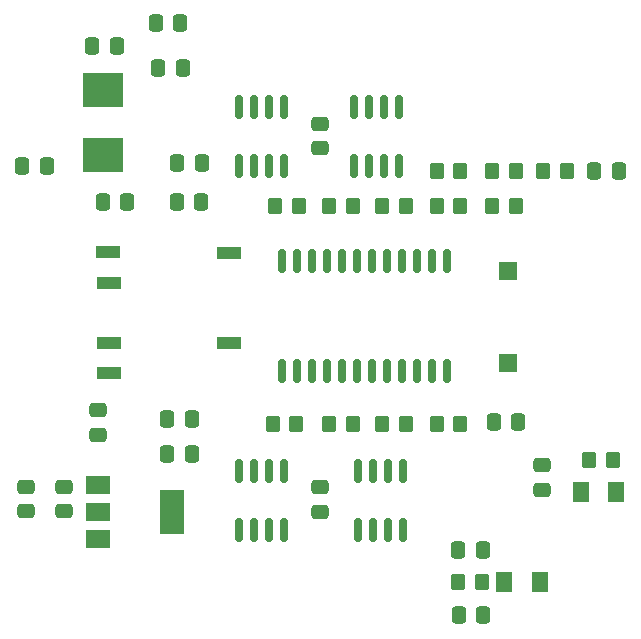
<source format=gbr>
%TF.GenerationSoftware,KiCad,Pcbnew,6.0.8+dfsg-1~bpo11+1*%
%TF.CreationDate,2022-10-31T17:28:34+01:00*%
%TF.ProjectId,vertExpI2c_00,76657274-4578-4704-9932-635f30302e6b,rev?*%
%TF.SameCoordinates,Original*%
%TF.FileFunction,Paste,Top*%
%TF.FilePolarity,Positive*%
%FSLAX46Y46*%
G04 Gerber Fmt 4.6, Leading zero omitted, Abs format (unit mm)*
G04 Created by KiCad (PCBNEW 6.0.8+dfsg-1~bpo11+1) date 2022-10-31 17:28:34*
%MOMM*%
%LPD*%
G01*
G04 APERTURE LIST*
G04 Aperture macros list*
%AMRoundRect*
0 Rectangle with rounded corners*
0 $1 Rounding radius*
0 $2 $3 $4 $5 $6 $7 $8 $9 X,Y pos of 4 corners*
0 Add a 4 corners polygon primitive as box body*
4,1,4,$2,$3,$4,$5,$6,$7,$8,$9,$2,$3,0*
0 Add four circle primitives for the rounded corners*
1,1,$1+$1,$2,$3*
1,1,$1+$1,$4,$5*
1,1,$1+$1,$6,$7*
1,1,$1+$1,$8,$9*
0 Add four rect primitives between the rounded corners*
20,1,$1+$1,$2,$3,$4,$5,0*
20,1,$1+$1,$4,$5,$6,$7,0*
20,1,$1+$1,$6,$7,$8,$9,0*
20,1,$1+$1,$8,$9,$2,$3,0*%
G04 Aperture macros list end*
%ADD10RoundRect,0.250000X-0.475000X0.337500X-0.475000X-0.337500X0.475000X-0.337500X0.475000X0.337500X0*%
%ADD11RoundRect,0.250000X-0.350000X-0.450000X0.350000X-0.450000X0.350000X0.450000X-0.350000X0.450000X0*%
%ADD12RoundRect,0.250000X0.337500X0.475000X-0.337500X0.475000X-0.337500X-0.475000X0.337500X-0.475000X0*%
%ADD13RoundRect,0.250000X0.475000X-0.337500X0.475000X0.337500X-0.475000X0.337500X-0.475000X-0.337500X0*%
%ADD14RoundRect,0.250000X0.350000X0.450000X-0.350000X0.450000X-0.350000X-0.450000X0.350000X-0.450000X0*%
%ADD15RoundRect,0.250000X-0.337500X-0.475000X0.337500X-0.475000X0.337500X0.475000X-0.337500X0.475000X0*%
%ADD16RoundRect,0.150000X0.150000X-0.825000X0.150000X0.825000X-0.150000X0.825000X-0.150000X-0.825000X0*%
%ADD17RoundRect,0.150000X-0.150000X0.875000X-0.150000X-0.875000X0.150000X-0.875000X0.150000X0.875000X0*%
%ADD18RoundRect,0.150000X-0.150000X0.825000X-0.150000X-0.825000X0.150000X-0.825000X0.150000X0.825000X0*%
%ADD19RoundRect,0.250001X0.462499X0.624999X-0.462499X0.624999X-0.462499X-0.624999X0.462499X-0.624999X0*%
%ADD20R,2.000000X1.500000*%
%ADD21R,2.000000X3.800000*%
%ADD22R,3.500000X2.950000*%
%ADD23R,2.100000X1.000000*%
%ADD24R,1.500000X1.500000*%
%ADD25RoundRect,0.250001X-0.462499X-0.624999X0.462499X-0.624999X0.462499X0.624999X-0.462499X0.624999X0*%
G04 APERTURE END LIST*
D10*
%TO.C,C19*%
X143000000Y-82000000D03*
X143000000Y-84075000D03*
%TD*%
D11*
%TO.C,R6*%
X154710000Y-120850000D03*
X156710000Y-120850000D03*
%TD*%
D12*
%TO.C,C13*%
X132975000Y-88600000D03*
X130900000Y-88600000D03*
%TD*%
D13*
%TO.C,C4*%
X118140000Y-114835000D03*
X118140000Y-112760000D03*
%TD*%
D12*
%TO.C,C16*%
X131375000Y-77300000D03*
X129300000Y-77300000D03*
%TD*%
D14*
%TO.C,R1*%
X159600000Y-89000000D03*
X157600000Y-89000000D03*
%TD*%
D11*
%TO.C,R5*%
X152900000Y-86050000D03*
X154900000Y-86050000D03*
%TD*%
D15*
%TO.C,C6*%
X154725000Y-118140000D03*
X156800000Y-118140000D03*
%TD*%
D10*
%TO.C,C1*%
X161800000Y-110925000D03*
X161800000Y-113000000D03*
%TD*%
D16*
%TO.C,U3*%
X145895000Y-85575000D03*
X147165000Y-85575000D03*
X148435000Y-85575000D03*
X149705000Y-85575000D03*
X149705000Y-80625000D03*
X148435000Y-80625000D03*
X147165000Y-80625000D03*
X145895000Y-80625000D03*
%TD*%
D14*
%TO.C,R20*%
X154900000Y-107400000D03*
X152900000Y-107400000D03*
%TD*%
D13*
%TO.C,C3*%
X143000000Y-114875000D03*
X143000000Y-112800000D03*
%TD*%
D11*
%TO.C,R11*%
X152900000Y-89000000D03*
X154900000Y-89000000D03*
%TD*%
%TO.C,R19*%
X139000000Y-107400000D03*
X141000000Y-107400000D03*
%TD*%
D17*
%TO.C,U1*%
X153765000Y-93670000D03*
X152495000Y-93670000D03*
X151225000Y-93670000D03*
X149955000Y-93670000D03*
X148685000Y-93670000D03*
X147415000Y-93670000D03*
X146145000Y-93670000D03*
X144875000Y-93670000D03*
X143605000Y-93670000D03*
X142335000Y-93670000D03*
X141065000Y-93670000D03*
X139795000Y-93670000D03*
X139795000Y-102970000D03*
X141065000Y-102970000D03*
X142335000Y-102970000D03*
X143605000Y-102970000D03*
X144875000Y-102970000D03*
X146145000Y-102970000D03*
X147415000Y-102970000D03*
X148685000Y-102970000D03*
X149955000Y-102970000D03*
X151225000Y-102970000D03*
X152495000Y-102970000D03*
X153765000Y-102970000D03*
%TD*%
D15*
%TO.C,C12*%
X117800000Y-85600000D03*
X119875000Y-85600000D03*
%TD*%
D18*
%TO.C,U7*%
X140005000Y-111425000D03*
X138735000Y-111425000D03*
X137465000Y-111425000D03*
X136195000Y-111425000D03*
X136195000Y-116375000D03*
X137465000Y-116375000D03*
X138735000Y-116375000D03*
X140005000Y-116375000D03*
%TD*%
D19*
%TO.C,D2*%
X161605000Y-120850000D03*
X158630000Y-120850000D03*
%TD*%
D12*
%TO.C,C14*%
X132175000Y-107000000D03*
X130100000Y-107000000D03*
%TD*%
D20*
%TO.C,U11*%
X124200000Y-112600000D03*
X124200000Y-114900000D03*
D21*
X130500000Y-114900000D03*
D20*
X124200000Y-117200000D03*
%TD*%
D15*
%TO.C,C17*%
X129125000Y-73500000D03*
X131200000Y-73500000D03*
%TD*%
%TO.C,C2*%
X166230000Y-86050000D03*
X168305000Y-86050000D03*
%TD*%
%TO.C,C5*%
X157725000Y-107300000D03*
X159800000Y-107300000D03*
%TD*%
D11*
%TO.C,R13*%
X143800000Y-89000000D03*
X145800000Y-89000000D03*
%TD*%
D12*
%TO.C,C9*%
X133000000Y-85300000D03*
X130925000Y-85300000D03*
%TD*%
D13*
%TO.C,C18*%
X124200000Y-108337500D03*
X124200000Y-106262500D03*
%TD*%
D15*
%TO.C,C11*%
X124625000Y-88600000D03*
X126700000Y-88600000D03*
%TD*%
D22*
%TO.C,L1*%
X124600000Y-79175000D03*
X124600000Y-84625000D03*
%TD*%
D11*
%TO.C,R2*%
X165800000Y-110500000D03*
X167800000Y-110500000D03*
%TD*%
D14*
%TO.C,R10*%
X150300000Y-89000000D03*
X148300000Y-89000000D03*
%TD*%
D15*
%TO.C,C8*%
X123725000Y-75400000D03*
X125800000Y-75400000D03*
%TD*%
D11*
%TO.C,R21*%
X148300000Y-107400000D03*
X150300000Y-107400000D03*
%TD*%
D23*
%TO.C,U2*%
X125100000Y-92900000D03*
X125120000Y-95460000D03*
X125120000Y-100540000D03*
X125120000Y-103080000D03*
X135280000Y-100540000D03*
X135280000Y-92920000D03*
%TD*%
D13*
%TO.C,C15*%
X121340000Y-114825000D03*
X121340000Y-112750000D03*
%TD*%
D12*
%TO.C,C10*%
X132175000Y-110000000D03*
X130100000Y-110000000D03*
%TD*%
D14*
%TO.C,R12*%
X141200000Y-89000000D03*
X139200000Y-89000000D03*
%TD*%
D24*
%TO.C,SW1*%
X158910000Y-102250000D03*
X158910000Y-94450000D03*
%TD*%
D16*
%TO.C,U4*%
X136195000Y-85575000D03*
X137465000Y-85575000D03*
X138735000Y-85575000D03*
X140005000Y-85575000D03*
X140005000Y-80625000D03*
X138735000Y-80625000D03*
X137465000Y-80625000D03*
X136195000Y-80625000D03*
%TD*%
D14*
%TO.C,R4*%
X159580000Y-86020000D03*
X157580000Y-86020000D03*
%TD*%
D12*
%TO.C,C7*%
X156840000Y-123620000D03*
X154765000Y-123620000D03*
%TD*%
D18*
%TO.C,U8*%
X150005000Y-111425000D03*
X148735000Y-111425000D03*
X147465000Y-111425000D03*
X146195000Y-111425000D03*
X146195000Y-116375000D03*
X147465000Y-116375000D03*
X148735000Y-116375000D03*
X150005000Y-116375000D03*
%TD*%
D14*
%TO.C,R18*%
X145800000Y-107400000D03*
X143800000Y-107400000D03*
%TD*%
D25*
%TO.C,D1*%
X165100000Y-113200000D03*
X168075000Y-113200000D03*
%TD*%
D14*
%TO.C,R3*%
X163900000Y-86030000D03*
X161900000Y-86030000D03*
%TD*%
M02*

</source>
